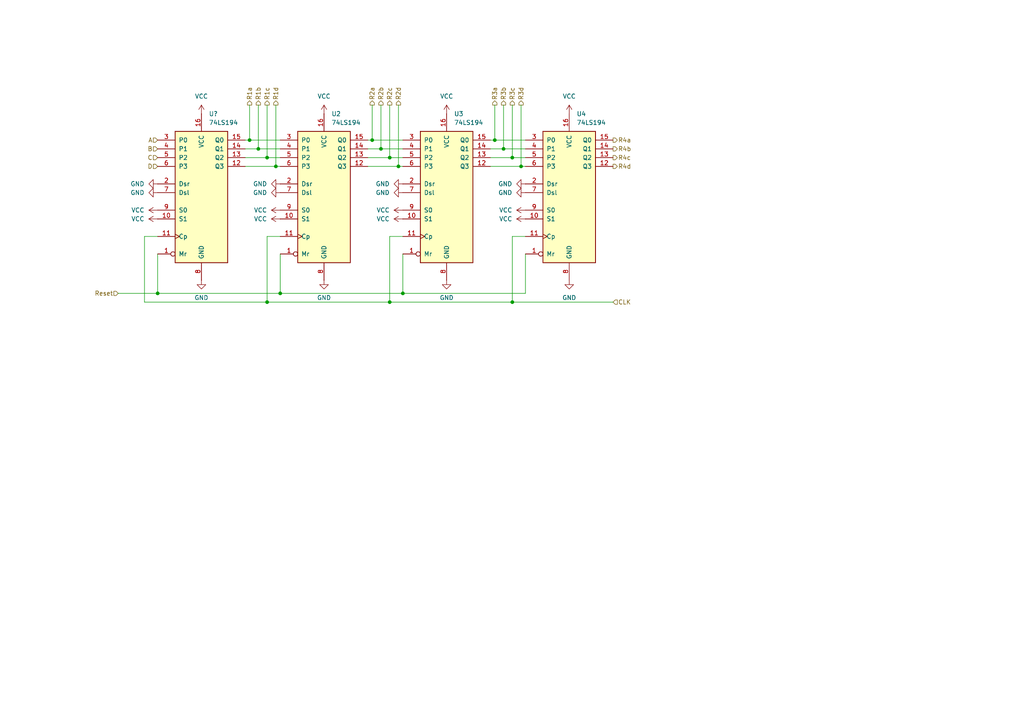
<source format=kicad_sch>
(kicad_sch
	(version 20250114)
	(generator "eeschema")
	(generator_version "9.0")
	(uuid "9639310c-b3d5-491f-be29-5c78d7443a19")
	(paper "A4")
	(lib_symbols
		(symbol "74xx:74LS194"
			(pin_names
				(offset 1.016)
			)
			(exclude_from_sim no)
			(in_bom yes)
			(on_board yes)
			(property "Reference" "U"
				(at -7.62 19.05 0)
				(effects
					(font
						(size 1.27 1.27)
					)
				)
			)
			(property "Value" "74LS194"
				(at -7.62 -21.59 0)
				(effects
					(font
						(size 1.27 1.27)
					)
				)
			)
			(property "Footprint" ""
				(at 0 0 0)
				(effects
					(font
						(size 1.27 1.27)
					)
					(hide yes)
				)
			)
			(property "Datasheet" "http://www.ti.com/lit/gpn/sn74LS194"
				(at 0 0 0)
				(effects
					(font
						(size 1.27 1.27)
					)
					(hide yes)
				)
			)
			(property "Description" "Shift Register 4-bit Bidirectional"
				(at 0 0 0)
				(effects
					(font
						(size 1.27 1.27)
					)
					(hide yes)
				)
			)
			(property "ki_locked" ""
				(at 0 0 0)
				(effects
					(font
						(size 1.27 1.27)
					)
				)
			)
			(property "ki_keywords" "TTL RS SR4"
				(at 0 0 0)
				(effects
					(font
						(size 1.27 1.27)
					)
					(hide yes)
				)
			)
			(property "ki_fp_filters" "DIP?16*"
				(at 0 0 0)
				(effects
					(font
						(size 1.27 1.27)
					)
					(hide yes)
				)
			)
			(symbol "74LS194_1_0"
				(pin input line
					(at -12.7 15.24 0)
					(length 5.08)
					(name "P0"
						(effects
							(font
								(size 1.27 1.27)
							)
						)
					)
					(number "3"
						(effects
							(font
								(size 1.27 1.27)
							)
						)
					)
				)
				(pin input line
					(at -12.7 12.7 0)
					(length 5.08)
					(name "P1"
						(effects
							(font
								(size 1.27 1.27)
							)
						)
					)
					(number "4"
						(effects
							(font
								(size 1.27 1.27)
							)
						)
					)
				)
				(pin input line
					(at -12.7 10.16 0)
					(length 5.08)
					(name "P2"
						(effects
							(font
								(size 1.27 1.27)
							)
						)
					)
					(number "5"
						(effects
							(font
								(size 1.27 1.27)
							)
						)
					)
				)
				(pin input line
					(at -12.7 7.62 0)
					(length 5.08)
					(name "P3"
						(effects
							(font
								(size 1.27 1.27)
							)
						)
					)
					(number "6"
						(effects
							(font
								(size 1.27 1.27)
							)
						)
					)
				)
				(pin input line
					(at -12.7 2.54 0)
					(length 5.08)
					(name "Dsr"
						(effects
							(font
								(size 1.27 1.27)
							)
						)
					)
					(number "2"
						(effects
							(font
								(size 1.27 1.27)
							)
						)
					)
				)
				(pin input line
					(at -12.7 0 0)
					(length 5.08)
					(name "Dsl"
						(effects
							(font
								(size 1.27 1.27)
							)
						)
					)
					(number "7"
						(effects
							(font
								(size 1.27 1.27)
							)
						)
					)
				)
				(pin input line
					(at -12.7 -5.08 0)
					(length 5.08)
					(name "S0"
						(effects
							(font
								(size 1.27 1.27)
							)
						)
					)
					(number "9"
						(effects
							(font
								(size 1.27 1.27)
							)
						)
					)
				)
				(pin input line
					(at -12.7 -7.62 0)
					(length 5.08)
					(name "S1"
						(effects
							(font
								(size 1.27 1.27)
							)
						)
					)
					(number "10"
						(effects
							(font
								(size 1.27 1.27)
							)
						)
					)
				)
				(pin input clock
					(at -12.7 -12.7 0)
					(length 5.08)
					(name "Cp"
						(effects
							(font
								(size 1.27 1.27)
							)
						)
					)
					(number "11"
						(effects
							(font
								(size 1.27 1.27)
							)
						)
					)
				)
				(pin input inverted
					(at -12.7 -17.78 0)
					(length 5.08)
					(name "Mr"
						(effects
							(font
								(size 1.27 1.27)
							)
						)
					)
					(number "1"
						(effects
							(font
								(size 1.27 1.27)
							)
						)
					)
				)
				(pin power_in line
					(at 0 22.86 270)
					(length 5.08)
					(name "VCC"
						(effects
							(font
								(size 1.27 1.27)
							)
						)
					)
					(number "16"
						(effects
							(font
								(size 1.27 1.27)
							)
						)
					)
				)
				(pin power_in line
					(at 0 -25.4 90)
					(length 5.08)
					(name "GND"
						(effects
							(font
								(size 1.27 1.27)
							)
						)
					)
					(number "8"
						(effects
							(font
								(size 1.27 1.27)
							)
						)
					)
				)
				(pin output line
					(at 12.7 15.24 180)
					(length 5.08)
					(name "Q0"
						(effects
							(font
								(size 1.27 1.27)
							)
						)
					)
					(number "15"
						(effects
							(font
								(size 1.27 1.27)
							)
						)
					)
				)
				(pin output line
					(at 12.7 12.7 180)
					(length 5.08)
					(name "Q1"
						(effects
							(font
								(size 1.27 1.27)
							)
						)
					)
					(number "14"
						(effects
							(font
								(size 1.27 1.27)
							)
						)
					)
				)
				(pin output line
					(at 12.7 10.16 180)
					(length 5.08)
					(name "Q2"
						(effects
							(font
								(size 1.27 1.27)
							)
						)
					)
					(number "13"
						(effects
							(font
								(size 1.27 1.27)
							)
						)
					)
				)
				(pin output line
					(at 12.7 7.62 180)
					(length 5.08)
					(name "Q3"
						(effects
							(font
								(size 1.27 1.27)
							)
						)
					)
					(number "12"
						(effects
							(font
								(size 1.27 1.27)
							)
						)
					)
				)
			)
			(symbol "74LS194_1_1"
				(rectangle
					(start -7.62 17.78)
					(end 7.62 -20.32)
					(stroke
						(width 0.254)
						(type default)
					)
					(fill
						(type background)
					)
				)
			)
			(embedded_fonts no)
		)
		(symbol "power:GND"
			(power)
			(pin_numbers
				(hide yes)
			)
			(pin_names
				(offset 0)
				(hide yes)
			)
			(exclude_from_sim no)
			(in_bom yes)
			(on_board yes)
			(property "Reference" "#PWR"
				(at 0 -6.35 0)
				(effects
					(font
						(size 1.27 1.27)
					)
					(hide yes)
				)
			)
			(property "Value" "GND"
				(at 0 -3.81 0)
				(effects
					(font
						(size 1.27 1.27)
					)
				)
			)
			(property "Footprint" ""
				(at 0 0 0)
				(effects
					(font
						(size 1.27 1.27)
					)
					(hide yes)
				)
			)
			(property "Datasheet" ""
				(at 0 0 0)
				(effects
					(font
						(size 1.27 1.27)
					)
					(hide yes)
				)
			)
			(property "Description" "Power symbol creates a global label with name \"GND\" , ground"
				(at 0 0 0)
				(effects
					(font
						(size 1.27 1.27)
					)
					(hide yes)
				)
			)
			(property "ki_keywords" "global power"
				(at 0 0 0)
				(effects
					(font
						(size 1.27 1.27)
					)
					(hide yes)
				)
			)
			(symbol "GND_0_1"
				(polyline
					(pts
						(xy 0 0) (xy 0 -1.27) (xy 1.27 -1.27) (xy 0 -2.54) (xy -1.27 -1.27) (xy 0 -1.27)
					)
					(stroke
						(width 0)
						(type default)
					)
					(fill
						(type none)
					)
				)
			)
			(symbol "GND_1_1"
				(pin power_in line
					(at 0 0 270)
					(length 0)
					(name "~"
						(effects
							(font
								(size 1.27 1.27)
							)
						)
					)
					(number "1"
						(effects
							(font
								(size 1.27 1.27)
							)
						)
					)
				)
			)
			(embedded_fonts no)
		)
		(symbol "power:VCC"
			(power)
			(pin_numbers
				(hide yes)
			)
			(pin_names
				(offset 0)
				(hide yes)
			)
			(exclude_from_sim no)
			(in_bom yes)
			(on_board yes)
			(property "Reference" "#PWR"
				(at 0 -3.81 0)
				(effects
					(font
						(size 1.27 1.27)
					)
					(hide yes)
				)
			)
			(property "Value" "VCC"
				(at 0 3.556 0)
				(effects
					(font
						(size 1.27 1.27)
					)
				)
			)
			(property "Footprint" ""
				(at 0 0 0)
				(effects
					(font
						(size 1.27 1.27)
					)
					(hide yes)
				)
			)
			(property "Datasheet" ""
				(at 0 0 0)
				(effects
					(font
						(size 1.27 1.27)
					)
					(hide yes)
				)
			)
			(property "Description" "Power symbol creates a global label with name \"VCC\""
				(at 0 0 0)
				(effects
					(font
						(size 1.27 1.27)
					)
					(hide yes)
				)
			)
			(property "ki_keywords" "global power"
				(at 0 0 0)
				(effects
					(font
						(size 1.27 1.27)
					)
					(hide yes)
				)
			)
			(symbol "VCC_0_1"
				(polyline
					(pts
						(xy -0.762 1.27) (xy 0 2.54)
					)
					(stroke
						(width 0)
						(type default)
					)
					(fill
						(type none)
					)
				)
				(polyline
					(pts
						(xy 0 2.54) (xy 0.762 1.27)
					)
					(stroke
						(width 0)
						(type default)
					)
					(fill
						(type none)
					)
				)
				(polyline
					(pts
						(xy 0 0) (xy 0 2.54)
					)
					(stroke
						(width 0)
						(type default)
					)
					(fill
						(type none)
					)
				)
			)
			(symbol "VCC_1_1"
				(pin power_in line
					(at 0 0 90)
					(length 0)
					(name "~"
						(effects
							(font
								(size 1.27 1.27)
							)
						)
					)
					(number "1"
						(effects
							(font
								(size 1.27 1.27)
							)
						)
					)
				)
			)
			(embedded_fonts no)
		)
	)
	(junction
		(at 115.57 48.26)
		(diameter 0)
		(color 0 0 0 0)
		(uuid "027ae8bd-5e88-451e-930e-b62cc9c410a8")
	)
	(junction
		(at 72.39 40.64)
		(diameter 0)
		(color 0 0 0 0)
		(uuid "0a3d83a3-da58-4d1f-a928-08f8fbd5e024")
	)
	(junction
		(at 45.72 85.09)
		(diameter 0)
		(color 0 0 0 0)
		(uuid "0c221afc-8c7e-4d91-ad81-8db5d9437d14")
	)
	(junction
		(at 74.93 43.18)
		(diameter 0)
		(color 0 0 0 0)
		(uuid "13a2018f-3ee5-4173-b8a6-a9457c91b8be")
	)
	(junction
		(at 77.47 87.63)
		(diameter 0)
		(color 0 0 0 0)
		(uuid "214667f3-1a20-409b-b8df-4bd874af7a0c")
	)
	(junction
		(at 113.03 87.63)
		(diameter 0)
		(color 0 0 0 0)
		(uuid "2c01c9c3-b014-4fc2-a5a7-c92bfe533097")
	)
	(junction
		(at 151.13 48.26)
		(diameter 0)
		(color 0 0 0 0)
		(uuid "4ac11e0f-8f66-4ffa-a039-13653f5542fc")
	)
	(junction
		(at 148.59 45.72)
		(diameter 0)
		(color 0 0 0 0)
		(uuid "5489e7d4-8a4c-42fc-a43f-9ff76e85e1b3")
	)
	(junction
		(at 77.47 45.72)
		(diameter 0)
		(color 0 0 0 0)
		(uuid "5f53a763-e60a-481a-a0b0-5f4888aed07b")
	)
	(junction
		(at 148.59 87.63)
		(diameter 0)
		(color 0 0 0 0)
		(uuid "7764fdca-110a-474c-939a-cfb9392bfd80")
	)
	(junction
		(at 81.28 85.09)
		(diameter 0)
		(color 0 0 0 0)
		(uuid "9cde1849-9449-4a2c-ba9a-5e91979e1f41")
	)
	(junction
		(at 107.95 40.64)
		(diameter 0)
		(color 0 0 0 0)
		(uuid "9e341149-6b27-4518-abf4-5aea9ca11a7a")
	)
	(junction
		(at 110.49 43.18)
		(diameter 0)
		(color 0 0 0 0)
		(uuid "9e8a1292-3ac4-4417-9b9e-77a777b4a059")
	)
	(junction
		(at 146.05 43.18)
		(diameter 0)
		(color 0 0 0 0)
		(uuid "9f665bdb-d599-4d58-9439-a0d15858a04a")
	)
	(junction
		(at 143.51 40.64)
		(diameter 0)
		(color 0 0 0 0)
		(uuid "a50968b5-a809-4990-a4ef-c449f390a636")
	)
	(junction
		(at 116.84 85.09)
		(diameter 0)
		(color 0 0 0 0)
		(uuid "aa64e08e-117d-4493-97ff-def71d75d653")
	)
	(junction
		(at 80.01 48.26)
		(diameter 0)
		(color 0 0 0 0)
		(uuid "b9b7253c-f72e-493c-91a8-a154304190e9")
	)
	(junction
		(at 113.03 45.72)
		(diameter 0)
		(color 0 0 0 0)
		(uuid "e05e7c86-6891-4844-a1a5-bbc870a55e10")
	)
	(wire
		(pts
			(xy 151.13 48.26) (xy 152.4 48.26)
		)
		(stroke
			(width 0)
			(type default)
		)
		(uuid "042f4283-1d59-4558-b1bb-75e7f7b32d7e")
	)
	(wire
		(pts
			(xy 81.28 40.64) (xy 72.39 40.64)
		)
		(stroke
			(width 0)
			(type default)
		)
		(uuid "06c748a9-d8da-4e21-9363-40de165a7f5e")
	)
	(wire
		(pts
			(xy 116.84 73.66) (xy 116.84 85.09)
		)
		(stroke
			(width 0)
			(type default)
		)
		(uuid "07a638fd-4e6f-423d-9cc0-99241c7a11f2")
	)
	(wire
		(pts
			(xy 177.8 87.63) (xy 148.59 87.63)
		)
		(stroke
			(width 0)
			(type default)
		)
		(uuid "1766c85d-bf78-48ec-be3d-7eb48ef75ccf")
	)
	(wire
		(pts
			(xy 41.91 87.63) (xy 77.47 87.63)
		)
		(stroke
			(width 0)
			(type default)
		)
		(uuid "1cecb105-dd63-45c4-90ac-a45f8e710722")
	)
	(wire
		(pts
			(xy 77.47 30.48) (xy 77.47 45.72)
		)
		(stroke
			(width 0)
			(type default)
		)
		(uuid "2289d6ce-6084-4df8-a515-4346fa84ee39")
	)
	(wire
		(pts
			(xy 115.57 48.26) (xy 116.84 48.26)
		)
		(stroke
			(width 0)
			(type default)
		)
		(uuid "245bbf36-c7a1-4c5e-bcea-737b8871df11")
	)
	(wire
		(pts
			(xy 106.68 45.72) (xy 113.03 45.72)
		)
		(stroke
			(width 0)
			(type default)
		)
		(uuid "25d1f8e8-f5ef-4ff0-8da4-070eb4c1dfd1")
	)
	(wire
		(pts
			(xy 74.93 43.18) (xy 71.12 43.18)
		)
		(stroke
			(width 0)
			(type default)
		)
		(uuid "2e2fc14d-01f4-46d2-b1b3-13ffdb3dcff2")
	)
	(wire
		(pts
			(xy 142.24 40.64) (xy 143.51 40.64)
		)
		(stroke
			(width 0)
			(type default)
		)
		(uuid "30eb0f9b-a385-48ae-b279-54d104f446d3")
	)
	(wire
		(pts
			(xy 146.05 30.48) (xy 146.05 43.18)
		)
		(stroke
			(width 0)
			(type default)
		)
		(uuid "32bcee37-8d89-47a3-8d20-11f928bb49cd")
	)
	(wire
		(pts
			(xy 142.24 43.18) (xy 146.05 43.18)
		)
		(stroke
			(width 0)
			(type default)
		)
		(uuid "35ad65d5-3c19-43bd-b9dd-b05fb9f24c11")
	)
	(wire
		(pts
			(xy 106.68 40.64) (xy 107.95 40.64)
		)
		(stroke
			(width 0)
			(type default)
		)
		(uuid "3f4abf8d-c2da-432b-8015-3e8d024fed25")
	)
	(wire
		(pts
			(xy 81.28 48.26) (xy 80.01 48.26)
		)
		(stroke
			(width 0)
			(type default)
		)
		(uuid "457907a0-21d1-43d2-979c-6be5aba28612")
	)
	(wire
		(pts
			(xy 80.01 30.48) (xy 80.01 48.26)
		)
		(stroke
			(width 0)
			(type default)
		)
		(uuid "4d652e31-cd9f-4df3-a394-f4b71a4c76f8")
	)
	(wire
		(pts
			(xy 116.84 85.09) (xy 152.4 85.09)
		)
		(stroke
			(width 0)
			(type default)
		)
		(uuid "52ef48d3-744e-4db6-b2f6-79809452af8a")
	)
	(wire
		(pts
			(xy 74.93 30.48) (xy 74.93 43.18)
		)
		(stroke
			(width 0)
			(type default)
		)
		(uuid "550d567e-7208-458f-a24b-6558cf2e815e")
	)
	(wire
		(pts
			(xy 143.51 30.48) (xy 143.51 40.64)
		)
		(stroke
			(width 0)
			(type default)
		)
		(uuid "59385091-2d2c-48a2-aa67-412fdf062958")
	)
	(wire
		(pts
			(xy 148.59 45.72) (xy 152.4 45.72)
		)
		(stroke
			(width 0)
			(type default)
		)
		(uuid "594679cd-090b-4951-9df1-7bc62798732d")
	)
	(wire
		(pts
			(xy 81.28 43.18) (xy 74.93 43.18)
		)
		(stroke
			(width 0)
			(type default)
		)
		(uuid "5beae47f-50b6-40c7-9a7b-5f99c40b08d0")
	)
	(wire
		(pts
			(xy 142.24 45.72) (xy 148.59 45.72)
		)
		(stroke
			(width 0)
			(type default)
		)
		(uuid "653a5700-7aa7-4573-aa31-ed2fbdb5da20")
	)
	(wire
		(pts
			(xy 148.59 30.48) (xy 148.59 45.72)
		)
		(stroke
			(width 0)
			(type default)
		)
		(uuid "6974c9d3-96ba-49d7-8240-5c33eeba500e")
	)
	(wire
		(pts
			(xy 34.29 85.09) (xy 45.72 85.09)
		)
		(stroke
			(width 0)
			(type default)
		)
		(uuid "6b9debfa-5161-43ad-b136-03e7dbbb6e66")
	)
	(wire
		(pts
			(xy 148.59 68.58) (xy 152.4 68.58)
		)
		(stroke
			(width 0)
			(type default)
		)
		(uuid "6dd7fe49-a9c6-46ab-b0f8-6ca459fad8c6")
	)
	(wire
		(pts
			(xy 45.72 85.09) (xy 81.28 85.09)
		)
		(stroke
			(width 0)
			(type default)
		)
		(uuid "75e60e91-9292-4006-a607-89f80338a8f9")
	)
	(wire
		(pts
			(xy 116.84 68.58) (xy 113.03 68.58)
		)
		(stroke
			(width 0)
			(type default)
		)
		(uuid "777bd65a-3026-41d0-a696-0b3e1ff9324a")
	)
	(wire
		(pts
			(xy 45.72 68.58) (xy 41.91 68.58)
		)
		(stroke
			(width 0)
			(type default)
		)
		(uuid "7b07b72e-9952-42fb-85e8-f3e90da2600b")
	)
	(wire
		(pts
			(xy 72.39 30.48) (xy 72.39 40.64)
		)
		(stroke
			(width 0)
			(type default)
		)
		(uuid "7d0f2d30-f27e-4fe1-a9b8-91a08b8d1b11")
	)
	(wire
		(pts
			(xy 110.49 30.48) (xy 110.49 43.18)
		)
		(stroke
			(width 0)
			(type default)
		)
		(uuid "7f9b6898-e36b-4c22-9b17-6415133460a8")
	)
	(wire
		(pts
			(xy 45.72 73.66) (xy 45.72 85.09)
		)
		(stroke
			(width 0)
			(type default)
		)
		(uuid "89154586-4b95-46f1-a580-500737e7a9f4")
	)
	(wire
		(pts
			(xy 106.68 43.18) (xy 110.49 43.18)
		)
		(stroke
			(width 0)
			(type default)
		)
		(uuid "8a2a6ec7-e40d-488c-b233-65d09b0997da")
	)
	(wire
		(pts
			(xy 152.4 85.09) (xy 152.4 73.66)
		)
		(stroke
			(width 0)
			(type default)
		)
		(uuid "8b521e5c-4754-4adb-9b50-0fbc742d145c")
	)
	(wire
		(pts
			(xy 113.03 30.48) (xy 113.03 45.72)
		)
		(stroke
			(width 0)
			(type default)
		)
		(uuid "8b6e7d22-be27-43b6-b61f-6d60afe2f34b")
	)
	(wire
		(pts
			(xy 41.91 68.58) (xy 41.91 87.63)
		)
		(stroke
			(width 0)
			(type default)
		)
		(uuid "8cc72f57-cf16-4ec8-b8b1-59e323b56b54")
	)
	(wire
		(pts
			(xy 81.28 45.72) (xy 77.47 45.72)
		)
		(stroke
			(width 0)
			(type default)
		)
		(uuid "8e950460-3d79-470c-8169-39b101efaa8d")
	)
	(wire
		(pts
			(xy 113.03 45.72) (xy 116.84 45.72)
		)
		(stroke
			(width 0)
			(type default)
		)
		(uuid "8fa43d10-e9a5-4f95-8b85-48e125cdc6c5")
	)
	(wire
		(pts
			(xy 107.95 40.64) (xy 116.84 40.64)
		)
		(stroke
			(width 0)
			(type default)
		)
		(uuid "92f9e8e9-e1a7-431d-8c6f-8598faf7681d")
	)
	(wire
		(pts
			(xy 107.95 30.48) (xy 107.95 40.64)
		)
		(stroke
			(width 0)
			(type default)
		)
		(uuid "93468378-ad10-4bf0-963d-3bda1389a424")
	)
	(wire
		(pts
			(xy 80.01 48.26) (xy 71.12 48.26)
		)
		(stroke
			(width 0)
			(type default)
		)
		(uuid "96381c9c-8030-47fa-af74-b4ab9943f65a")
	)
	(wire
		(pts
			(xy 110.49 43.18) (xy 116.84 43.18)
		)
		(stroke
			(width 0)
			(type default)
		)
		(uuid "9b1e08d8-e771-42cb-ae59-e9288ed64abc")
	)
	(wire
		(pts
			(xy 143.51 40.64) (xy 152.4 40.64)
		)
		(stroke
			(width 0)
			(type default)
		)
		(uuid "afd30f86-b41d-47e7-a4f9-81995b746a7f")
	)
	(wire
		(pts
			(xy 148.59 87.63) (xy 148.59 68.58)
		)
		(stroke
			(width 0)
			(type default)
		)
		(uuid "b8a7b855-4c88-44c2-b353-dd3a5033551f")
	)
	(wire
		(pts
			(xy 151.13 30.48) (xy 151.13 48.26)
		)
		(stroke
			(width 0)
			(type default)
		)
		(uuid "c140cd5b-a44b-473e-853b-fa8b8ab3b552")
	)
	(wire
		(pts
			(xy 113.03 87.63) (xy 148.59 87.63)
		)
		(stroke
			(width 0)
			(type default)
		)
		(uuid "c320e325-b8f2-4e8d-9d3c-d33d4711bb87")
	)
	(wire
		(pts
			(xy 81.28 73.66) (xy 81.28 85.09)
		)
		(stroke
			(width 0)
			(type default)
		)
		(uuid "c3750e03-bf5e-4294-90fb-6658d4e0fd5c")
	)
	(wire
		(pts
			(xy 77.47 45.72) (xy 71.12 45.72)
		)
		(stroke
			(width 0)
			(type default)
		)
		(uuid "c71f02eb-dbbd-41dc-a78e-bda9430af585")
	)
	(wire
		(pts
			(xy 81.28 68.58) (xy 77.47 68.58)
		)
		(stroke
			(width 0)
			(type default)
		)
		(uuid "c7b463c4-f847-4798-a7c9-0fcde8b7f4fb")
	)
	(wire
		(pts
			(xy 72.39 40.64) (xy 71.12 40.64)
		)
		(stroke
			(width 0)
			(type default)
		)
		(uuid "c8c50673-70e2-45a9-95d0-54bdf23f0eb7")
	)
	(wire
		(pts
			(xy 115.57 30.48) (xy 115.57 48.26)
		)
		(stroke
			(width 0)
			(type default)
		)
		(uuid "da065a1b-75a3-47e7-815b-122dffed0e82")
	)
	(wire
		(pts
			(xy 77.47 87.63) (xy 113.03 87.63)
		)
		(stroke
			(width 0)
			(type default)
		)
		(uuid "dd275fa1-d6fe-489d-838b-0321d6b95efb")
	)
	(wire
		(pts
			(xy 81.28 85.09) (xy 116.84 85.09)
		)
		(stroke
			(width 0)
			(type default)
		)
		(uuid "e3c7b65c-13e3-4c69-afbf-2ee21f54dcc1")
	)
	(wire
		(pts
			(xy 146.05 43.18) (xy 152.4 43.18)
		)
		(stroke
			(width 0)
			(type default)
		)
		(uuid "ec37d305-61e3-4fd1-a368-2e2563c62472")
	)
	(wire
		(pts
			(xy 142.24 48.26) (xy 151.13 48.26)
		)
		(stroke
			(width 0)
			(type default)
		)
		(uuid "f00d38a7-7818-40e8-9e03-3ec4993dade3")
	)
	(wire
		(pts
			(xy 106.68 48.26) (xy 115.57 48.26)
		)
		(stroke
			(width 0)
			(type default)
		)
		(uuid "f0278819-3403-42fd-b44e-4b5b47fe2432")
	)
	(wire
		(pts
			(xy 113.03 68.58) (xy 113.03 87.63)
		)
		(stroke
			(width 0)
			(type default)
		)
		(uuid "f82f6796-77ad-4133-b1cc-94913e042d60")
	)
	(wire
		(pts
			(xy 77.47 68.58) (xy 77.47 87.63)
		)
		(stroke
			(width 0)
			(type default)
		)
		(uuid "ff3bb798-d437-4801-8861-9103af95217c")
	)
	(hierarchical_label "R1d"
		(shape output)
		(at 80.01 30.48 90)
		(effects
			(font
				(size 1.27 1.27)
			)
			(justify left)
		)
		(uuid "01069725-c6bc-4f09-b825-4f8077ea4962")
	)
	(hierarchical_label "R3d"
		(shape output)
		(at 151.13 30.48 90)
		(effects
			(font
				(size 1.27 1.27)
			)
			(justify left)
		)
		(uuid "0d4bf766-b12c-44f9-a71a-7eeb51127e78")
	)
	(hierarchical_label "R3b"
		(shape output)
		(at 146.05 30.48 90)
		(effects
			(font
				(size 1.27 1.27)
			)
			(justify left)
		)
		(uuid "186d0b78-9606-4050-937d-b8dea095e511")
	)
	(hierarchical_label "Reset"
		(shape input)
		(at 34.29 85.09 180)
		(effects
			(font
				(size 1.27 1.27)
			)
			(justify right)
		)
		(uuid "1e2ad560-a36e-4034-ac51-d86345a9eb17")
	)
	(hierarchical_label "R1b"
		(shape output)
		(at 74.93 30.48 90)
		(effects
			(font
				(size 1.27 1.27)
			)
			(justify left)
		)
		(uuid "1e875312-87f1-4962-90b6-23a990fc21ef")
	)
	(hierarchical_label "CLK"
		(shape input)
		(at 177.8 87.63 0)
		(effects
			(font
				(size 1.27 1.27)
			)
			(justify left)
		)
		(uuid "5027b2a7-36a7-483d-bc57-2e28141f899d")
	)
	(hierarchical_label "R2b"
		(shape output)
		(at 110.49 30.48 90)
		(effects
			(font
				(size 1.27 1.27)
			)
			(justify left)
		)
		(uuid "612ef723-96f2-48ae-a109-6cc623067e13")
	)
	(hierarchical_label "R1c"
		(shape output)
		(at 77.47 30.48 90)
		(effects
			(font
				(size 1.27 1.27)
			)
			(justify left)
		)
		(uuid "6df11a06-62f3-47c8-919e-a2b780c8ca71")
	)
	(hierarchical_label "A"
		(shape input)
		(at 45.72 40.64 180)
		(effects
			(font
				(size 1.27 1.27)
			)
			(justify right)
		)
		(uuid "6fba17bd-a918-4aed-ae44-791d303c299d")
	)
	(hierarchical_label "B"
		(shape input)
		(at 45.72 43.18 180)
		(effects
			(font
				(size 1.27 1.27)
			)
			(justify right)
		)
		(uuid "7af1e53f-71af-4ed3-943e-ae7984e82d03")
	)
	(hierarchical_label "R1a"
		(shape output)
		(at 72.39 30.48 90)
		(effects
			(font
				(size 1.27 1.27)
			)
			(justify left)
		)
		(uuid "b975eb39-c941-4f3a-95fc-28ef5ce46c74")
	)
	(hierarchical_label "R3c"
		(shape output)
		(at 148.59 30.48 90)
		(effects
			(font
				(size 1.27 1.27)
			)
			(justify left)
		)
		(uuid "c65f1b67-5add-4e4a-b1f9-f7f5dc2c9a98")
	)
	(hierarchical_label "R2c"
		(shape output)
		(at 113.03 30.48 90)
		(effects
			(font
				(size 1.27 1.27)
			)
			(justify left)
		)
		(uuid "cd797009-4f30-4b8b-bbd8-c13e21bc9068")
	)
	(hierarchical_label "R2d"
		(shape output)
		(at 115.57 30.48 90)
		(effects
			(font
				(size 1.27 1.27)
			)
			(justify left)
		)
		(uuid "d3df364c-8f67-44e0-a587-993761c73edb")
	)
	(hierarchical_label "R3a"
		(shape output)
		(at 143.51 30.48 90)
		(effects
			(font
				(size 1.27 1.27)
			)
			(justify left)
		)
		(uuid "d5216f38-d6e6-4910-b7a9-ad35cc16ef51")
	)
	(hierarchical_label "C"
		(shape input)
		(at 45.72 45.72 180)
		(effects
			(font
				(size 1.27 1.27)
			)
			(justify right)
		)
		(uuid "e3ecb0be-efeb-4b23-b5c1-2fe03c0aaee7")
	)
	(hierarchical_label "R4a"
		(shape output)
		(at 177.8 40.64 0)
		(effects
			(font
				(size 1.27 1.27)
			)
			(justify left)
		)
		(uuid "e4b3e149-a236-4f9e-bd68-aac4dfae607d")
	)
	(hierarchical_label "R4b"
		(shape output)
		(at 177.8 43.18 0)
		(effects
			(font
				(size 1.27 1.27)
			)
			(justify left)
		)
		(uuid "e8227b72-a3e9-404b-b0b2-7b780e92be21")
	)
	(hierarchical_label "R4d"
		(shape output)
		(at 177.8 48.26 0)
		(effects
			(font
				(size 1.27 1.27)
			)
			(justify left)
		)
		(uuid "f6dd6f9e-0a01-4845-8ebf-6a0a44eed269")
	)
	(hierarchical_label "R2a"
		(shape output)
		(at 107.95 30.48 90)
		(effects
			(font
				(size 1.27 1.27)
			)
			(justify left)
		)
		(uuid "fb1c5161-b56c-40a5-b21d-5274815dfe4f")
	)
	(hierarchical_label "D"
		(shape input)
		(at 45.72 48.26 180)
		(effects
			(font
				(size 1.27 1.27)
			)
			(justify right)
		)
		(uuid "fe2f885b-30ef-4a21-b2c5-e8ade99e3800")
	)
	(hierarchical_label "R4c"
		(shape output)
		(at 177.8 45.72 0)
		(effects
			(font
				(size 1.27 1.27)
			)
			(justify left)
		)
		(uuid "ff087482-01af-4706-ba32-1230c8e98c4e")
	)
	(symbol
		(lib_id "power:GND")
		(at 152.4 53.34 270)
		(unit 1)
		(exclude_from_sim no)
		(in_bom yes)
		(on_board yes)
		(dnp no)
		(fields_autoplaced yes)
		(uuid "061cda68-da85-42c9-93b0-d95769f2603f")
		(property "Reference" "#PWR015"
			(at 146.05 53.34 0)
			(effects
				(font
					(size 1.27 1.27)
				)
				(hide yes)
			)
		)
		(property "Value" "GND"
			(at 148.59 53.3399 90)
			(effects
				(font
					(size 1.27 1.27)
				)
				(justify right)
			)
		)
		(property "Footprint" ""
			(at 152.4 53.34 0)
			(effects
				(font
					(size 1.27 1.27)
				)
				(hide yes)
			)
		)
		(property "Datasheet" ""
			(at 152.4 53.34 0)
			(effects
				(font
					(size 1.27 1.27)
				)
				(hide yes)
			)
		)
		(property "Description" "Power symbol creates a global label with name \"GND\" , ground"
			(at 152.4 53.34 0)
			(effects
				(font
					(size 1.27 1.27)
				)
				(hide yes)
			)
		)
		(pin "1"
			(uuid "da47faf7-5b7b-4300-97a4-057c7ec1666c")
		)
		(instances
			(project "Subway Surfers"
				(path "/e8ee49b0-6c92-4580-8670-f3d8867d6cec/38f33439-c2cd-4e5d-8eca-23f703fd9d8e"
					(reference "#PWR015")
					(unit 1)
				)
			)
		)
	)
	(symbol
		(lib_id "power:VCC")
		(at 81.28 63.5 90)
		(unit 1)
		(exclude_from_sim no)
		(in_bom yes)
		(on_board yes)
		(dnp no)
		(fields_autoplaced yes)
		(uuid "088e70a2-afb2-4b12-9c55-3ea0fde9304f")
		(property "Reference" "#PWR08"
			(at 85.09 63.5 0)
			(effects
				(font
					(size 1.27 1.27)
				)
				(hide yes)
			)
		)
		(property "Value" "VCC"
			(at 77.47 63.4999 90)
			(effects
				(font
					(size 1.27 1.27)
				)
				(justify left)
			)
		)
		(property "Footprint" ""
			(at 81.28 63.5 0)
			(effects
				(font
					(size 1.27 1.27)
				)
				(hide yes)
			)
		)
		(property "Datasheet" ""
			(at 81.28 63.5 0)
			(effects
				(font
					(size 1.27 1.27)
				)
				(hide yes)
			)
		)
		(property "Description" "Power symbol creates a global label with name \"VCC\""
			(at 81.28 63.5 0)
			(effects
				(font
					(size 1.27 1.27)
				)
				(hide yes)
			)
		)
		(pin "1"
			(uuid "e717544f-f192-4612-8a91-23aae6df6e1c")
		)
		(instances
			(project "Subway Surfers"
				(path "/e8ee49b0-6c92-4580-8670-f3d8867d6cec/38f33439-c2cd-4e5d-8eca-23f703fd9d8e"
					(reference "#PWR08")
					(unit 1)
				)
			)
		)
	)
	(symbol
		(lib_id "power:VCC")
		(at 129.54 33.02 0)
		(unit 1)
		(exclude_from_sim no)
		(in_bom yes)
		(on_board yes)
		(dnp no)
		(fields_autoplaced yes)
		(uuid "0dfdf7db-c255-4d83-9749-cfc1ebea239a")
		(property "Reference" "#PWR022"
			(at 129.54 36.83 0)
			(effects
				(font
					(size 1.27 1.27)
				)
				(hide yes)
			)
		)
		(property "Value" "VCC"
			(at 129.54 27.94 0)
			(effects
				(font
					(size 1.27 1.27)
				)
			)
		)
		(property "Footprint" ""
			(at 129.54 33.02 0)
			(effects
				(font
					(size 1.27 1.27)
				)
				(hide yes)
			)
		)
		(property "Datasheet" ""
			(at 129.54 33.02 0)
			(effects
				(font
					(size 1.27 1.27)
				)
				(hide yes)
			)
		)
		(property "Description" "Power symbol creates a global label with name \"VCC\""
			(at 129.54 33.02 0)
			(effects
				(font
					(size 1.27 1.27)
				)
				(hide yes)
			)
		)
		(pin "1"
			(uuid "3dec2a09-6b42-4be1-83f6-88866d62a51a")
		)
		(instances
			(project "Subway Surfers"
				(path "/e8ee49b0-6c92-4580-8670-f3d8867d6cec/38f33439-c2cd-4e5d-8eca-23f703fd9d8e"
					(reference "#PWR022")
					(unit 1)
				)
			)
		)
	)
	(symbol
		(lib_id "power:GND")
		(at 81.28 55.88 270)
		(unit 1)
		(exclude_from_sim no)
		(in_bom yes)
		(on_board yes)
		(dnp no)
		(fields_autoplaced yes)
		(uuid "1970ba54-b636-4e74-9485-07dc99f0a5ad")
		(property "Reference" "#PWR04"
			(at 74.93 55.88 0)
			(effects
				(font
					(size 1.27 1.27)
				)
				(hide yes)
			)
		)
		(property "Value" "GND"
			(at 77.47 55.8799 90)
			(effects
				(font
					(size 1.27 1.27)
				)
				(justify right)
			)
		)
		(property "Footprint" ""
			(at 81.28 55.88 0)
			(effects
				(font
					(size 1.27 1.27)
				)
				(hide yes)
			)
		)
		(property "Datasheet" ""
			(at 81.28 55.88 0)
			(effects
				(font
					(size 1.27 1.27)
				)
				(hide yes)
			)
		)
		(property "Description" "Power symbol creates a global label with name \"GND\" , ground"
			(at 81.28 55.88 0)
			(effects
				(font
					(size 1.27 1.27)
				)
				(hide yes)
			)
		)
		(pin "1"
			(uuid "93ae9c28-c2e6-46fb-92bf-149211d93c54")
		)
		(instances
			(project "Subway Surfers"
				(path "/e8ee49b0-6c92-4580-8670-f3d8867d6cec/38f33439-c2cd-4e5d-8eca-23f703fd9d8e"
					(reference "#PWR04")
					(unit 1)
				)
			)
		)
	)
	(symbol
		(lib_id "power:VCC")
		(at 152.4 60.96 90)
		(unit 1)
		(exclude_from_sim no)
		(in_bom yes)
		(on_board yes)
		(dnp no)
		(fields_autoplaced yes)
		(uuid "243811f9-a43f-4b2e-976b-c189ad6a2d26")
		(property "Reference" "#PWR011"
			(at 156.21 60.96 0)
			(effects
				(font
					(size 1.27 1.27)
				)
				(hide yes)
			)
		)
		(property "Value" "VCC"
			(at 148.59 60.9599 90)
			(effects
				(font
					(size 1.27 1.27)
				)
				(justify left)
			)
		)
		(property "Footprint" ""
			(at 152.4 60.96 0)
			(effects
				(font
					(size 1.27 1.27)
				)
				(hide yes)
			)
		)
		(property "Datasheet" ""
			(at 152.4 60.96 0)
			(effects
				(font
					(size 1.27 1.27)
				)
				(hide yes)
			)
		)
		(property "Description" "Power symbol creates a global label with name \"VCC\""
			(at 152.4 60.96 0)
			(effects
				(font
					(size 1.27 1.27)
				)
				(hide yes)
			)
		)
		(pin "1"
			(uuid "9a1cb23a-4e53-4103-8d71-214c9c226c13")
		)
		(instances
			(project "Subway Surfers"
				(path "/e8ee49b0-6c92-4580-8670-f3d8867d6cec/38f33439-c2cd-4e5d-8eca-23f703fd9d8e"
					(reference "#PWR011")
					(unit 1)
				)
			)
		)
	)
	(symbol
		(lib_id "power:VCC")
		(at 93.98 33.02 0)
		(unit 1)
		(exclude_from_sim no)
		(in_bom yes)
		(on_board yes)
		(dnp no)
		(fields_autoplaced yes)
		(uuid "24d4a723-ad85-44ea-b6b0-4d84845bcf0f")
		(property "Reference" "#PWR023"
			(at 93.98 36.83 0)
			(effects
				(font
					(size 1.27 1.27)
				)
				(hide yes)
			)
		)
		(property "Value" "VCC"
			(at 93.98 27.94 0)
			(effects
				(font
					(size 1.27 1.27)
				)
			)
		)
		(property "Footprint" ""
			(at 93.98 33.02 0)
			(effects
				(font
					(size 1.27 1.27)
				)
				(hide yes)
			)
		)
		(property "Datasheet" ""
			(at 93.98 33.02 0)
			(effects
				(font
					(size 1.27 1.27)
				)
				(hide yes)
			)
		)
		(property "Description" "Power symbol creates a global label with name \"VCC\""
			(at 93.98 33.02 0)
			(effects
				(font
					(size 1.27 1.27)
				)
				(hide yes)
			)
		)
		(pin "1"
			(uuid "28cc5740-11f2-4075-9a3f-0cc26ab76bb4")
		)
		(instances
			(project "Subway Surfers"
				(path "/e8ee49b0-6c92-4580-8670-f3d8867d6cec/38f33439-c2cd-4e5d-8eca-23f703fd9d8e"
					(reference "#PWR023")
					(unit 1)
				)
			)
		)
	)
	(symbol
		(lib_id "74xx:74LS194")
		(at 129.54 55.88 0)
		(unit 1)
		(exclude_from_sim no)
		(in_bom yes)
		(on_board yes)
		(dnp no)
		(fields_autoplaced yes)
		(uuid "27edc20a-52e2-4b94-84d4-d444434e88de")
		(property "Reference" "U3"
			(at 131.6833 33.02 0)
			(effects
				(font
					(size 1.27 1.27)
				)
				(justify left)
			)
		)
		(property "Value" "74LS194"
			(at 131.6833 35.56 0)
			(effects
				(font
					(size 1.27 1.27)
				)
				(justify left)
			)
		)
		(property "Footprint" ""
			(at 129.54 55.88 0)
			(effects
				(font
					(size 1.27 1.27)
				)
				(hide yes)
			)
		)
		(property "Datasheet" "http://www.ti.com/lit/gpn/sn74LS194"
			(at 129.54 55.88 0)
			(effects
				(font
					(size 1.27 1.27)
				)
				(hide yes)
			)
		)
		(property "Description" "Shift Register 4-bit Bidirectional"
			(at 129.54 55.88 0)
			(effects
				(font
					(size 1.27 1.27)
				)
				(hide yes)
			)
		)
		(pin "16"
			(uuid "e6f2b065-5b90-4d3a-aac2-fe559d525572")
		)
		(pin "3"
			(uuid "678f90bd-224a-4a52-9228-a936d8ee97c4")
		)
		(pin "12"
			(uuid "cab95297-6ed5-45f8-a24c-db5703f57f16")
		)
		(pin "6"
			(uuid "eed5bc77-b2df-431b-88ac-3c3ae0c97249")
		)
		(pin "10"
			(uuid "a10c5d58-6b1f-4921-b0df-0bc2fe298667")
		)
		(pin "11"
			(uuid "dc404f73-44ad-4967-b2a4-a4123555b2fe")
		)
		(pin "15"
			(uuid "13ac509c-8afd-4253-90ab-3e07e7dc2160")
		)
		(pin "9"
			(uuid "32a2636f-1478-4127-84e2-b3b604858cce")
		)
		(pin "5"
			(uuid "9354c4e5-7a92-410b-bdb7-44f93b750acd")
		)
		(pin "1"
			(uuid "6d78d6d5-3a96-4ab7-86de-0eed919b0a13")
		)
		(pin "4"
			(uuid "dbc044b9-bb83-45e4-b293-c36fa41b50ba")
		)
		(pin "7"
			(uuid "72c2f2de-602c-48b4-86de-a8dc0cbb2f76")
		)
		(pin "2"
			(uuid "30a98996-d2f4-406f-9be2-147780d4c72e")
		)
		(pin "8"
			(uuid "8ca48f9c-d682-4d1c-aca5-0111fe97b17d")
		)
		(pin "14"
			(uuid "37e73baa-a680-4196-b03f-d41d84ba9b0e")
		)
		(pin "13"
			(uuid "8b63cf09-5cf5-4d37-9a51-c5408b82dd79")
		)
		(instances
			(project "Subway Surfers"
				(path "/e8ee49b0-6c92-4580-8670-f3d8867d6cec/38f33439-c2cd-4e5d-8eca-23f703fd9d8e"
					(reference "U3")
					(unit 1)
				)
			)
		)
	)
	(symbol
		(lib_id "power:VCC")
		(at 45.72 63.5 90)
		(unit 1)
		(exclude_from_sim no)
		(in_bom yes)
		(on_board yes)
		(dnp no)
		(fields_autoplaced yes)
		(uuid "28229c75-6aef-4013-871d-32f4fb010f8b")
		(property "Reference" "#PWR06"
			(at 49.53 63.5 0)
			(effects
				(font
					(size 1.27 1.27)
				)
				(hide yes)
			)
		)
		(property "Value" "VCC"
			(at 41.91 63.4999 90)
			(effects
				(font
					(size 1.27 1.27)
				)
				(justify left)
			)
		)
		(property "Footprint" ""
			(at 45.72 63.5 0)
			(effects
				(font
					(size 1.27 1.27)
				)
				(hide yes)
			)
		)
		(property "Datasheet" ""
			(at 45.72 63.5 0)
			(effects
				(font
					(size 1.27 1.27)
				)
				(hide yes)
			)
		)
		(property "Description" "Power symbol creates a global label with name \"VCC\""
			(at 45.72 63.5 0)
			(effects
				(font
					(size 1.27 1.27)
				)
				(hide yes)
			)
		)
		(pin "1"
			(uuid "e6a661de-07d1-4131-83a0-3f4b19023be2")
		)
		(instances
			(project "Subway Surfers"
				(path "/e8ee49b0-6c92-4580-8670-f3d8867d6cec/38f33439-c2cd-4e5d-8eca-23f703fd9d8e"
					(reference "#PWR06")
					(unit 1)
				)
			)
		)
	)
	(symbol
		(lib_id "74xx:74LS194")
		(at 165.1 55.88 0)
		(unit 1)
		(exclude_from_sim no)
		(in_bom yes)
		(on_board yes)
		(dnp no)
		(fields_autoplaced yes)
		(uuid "497652d8-c6d0-4b70-9924-21a6dcc9bdf1")
		(property "Reference" "U4"
			(at 167.2433 33.02 0)
			(effects
				(font
					(size 1.27 1.27)
				)
				(justify left)
			)
		)
		(property "Value" "74LS194"
			(at 167.2433 35.56 0)
			(effects
				(font
					(size 1.27 1.27)
				)
				(justify left)
			)
		)
		(property "Footprint" ""
			(at 165.1 55.88 0)
			(effects
				(font
					(size 1.27 1.27)
				)
				(hide yes)
			)
		)
		(property "Datasheet" "http://www.ti.com/lit/gpn/sn74LS194"
			(at 165.1 55.88 0)
			(effects
				(font
					(size 1.27 1.27)
				)
				(hide yes)
			)
		)
		(property "Description" "Shift Register 4-bit Bidirectional"
			(at 165.1 55.88 0)
			(effects
				(font
					(size 1.27 1.27)
				)
				(hide yes)
			)
		)
		(pin "16"
			(uuid "a9e908c3-0f5a-4c8c-8812-47ba36aa06bc")
		)
		(pin "3"
			(uuid "70dce691-fd2a-4c80-a3f0-81e60fe6ced7")
		)
		(pin "12"
			(uuid "5d60f927-6d59-49a5-9069-4419d4bff944")
		)
		(pin "6"
			(uuid "bce589db-23f8-4a30-847d-f036d3da80d2")
		)
		(pin "10"
			(uuid "d3587324-bba5-41c6-934d-6388a4a82265")
		)
		(pin "11"
			(uuid "c77b518d-6b9c-4703-ab49-0cde4e12aebd")
		)
		(pin "15"
			(uuid "21418174-0375-4ea9-b343-713cf874a921")
		)
		(pin "9"
			(uuid "4e340d9e-ac6a-4cf5-8a7b-fb2893daec99")
		)
		(pin "5"
			(uuid "768978eb-b1d6-40cc-ab52-d5e97176aee8")
		)
		(pin "1"
			(uuid "94239d7c-66e8-46a8-9814-192c264c0ce3")
		)
		(pin "4"
			(uuid "ad3de4b0-9784-481c-a88a-e10b7acb8e4f")
		)
		(pin "7"
			(uuid "0eb15f01-2e5e-48ca-9a79-0032b43ee396")
		)
		(pin "2"
			(uuid "79a539c7-7685-4076-9cef-a819929e4135")
		)
		(pin "8"
			(uuid "040f473c-6d61-4160-9fc3-3b7a9e2a0040")
		)
		(pin "14"
			(uuid "7913f881-c224-4959-8fe1-4bca424fa51b")
		)
		(pin "13"
			(uuid "fdbfec75-35f5-46d2-8d62-ad4819f3a296")
		)
		(instances
			(project "Subway Surfers"
				(path "/e8ee49b0-6c92-4580-8670-f3d8867d6cec/38f33439-c2cd-4e5d-8eca-23f703fd9d8e"
					(reference "U4")
					(unit 1)
				)
			)
		)
	)
	(symbol
		(lib_id "power:GND")
		(at 129.54 81.28 0)
		(unit 1)
		(exclude_from_sim no)
		(in_bom yes)
		(on_board yes)
		(dnp no)
		(fields_autoplaced yes)
		(uuid "4df5dd15-b43f-4807-a643-6dd49b91233f")
		(property "Reference" "#PWR018"
			(at 129.54 87.63 0)
			(effects
				(font
					(size 1.27 1.27)
				)
				(hide yes)
			)
		)
		(property "Value" "GND"
			(at 129.54 86.36 0)
			(effects
				(font
					(size 1.27 1.27)
				)
			)
		)
		(property "Footprint" ""
			(at 129.54 81.28 0)
			(effects
				(font
					(size 1.27 1.27)
				)
				(hide yes)
			)
		)
		(property "Datasheet" ""
			(at 129.54 81.28 0)
			(effects
				(font
					(size 1.27 1.27)
				)
				(hide yes)
			)
		)
		(property "Description" "Power symbol creates a global label with name \"GND\" , ground"
			(at 129.54 81.28 0)
			(effects
				(font
					(size 1.27 1.27)
				)
				(hide yes)
			)
		)
		(pin "1"
			(uuid "cf3324a5-6534-475c-8ae3-11b539f9a119")
		)
		(instances
			(project "Subway Surfers"
				(path "/e8ee49b0-6c92-4580-8670-f3d8867d6cec/38f33439-c2cd-4e5d-8eca-23f703fd9d8e"
					(reference "#PWR018")
					(unit 1)
				)
			)
		)
	)
	(symbol
		(lib_id "power:VCC")
		(at 165.1 33.02 0)
		(unit 1)
		(exclude_from_sim no)
		(in_bom yes)
		(on_board yes)
		(dnp no)
		(fields_autoplaced yes)
		(uuid "57767648-440e-4789-9f7d-49a5a59949ea")
		(property "Reference" "#PWR021"
			(at 165.1 36.83 0)
			(effects
				(font
					(size 1.27 1.27)
				)
				(hide yes)
			)
		)
		(property "Value" "VCC"
			(at 165.1 27.94 0)
			(effects
				(font
					(size 1.27 1.27)
				)
			)
		)
		(property "Footprint" ""
			(at 165.1 33.02 0)
			(effects
				(font
					(size 1.27 1.27)
				)
				(hide yes)
			)
		)
		(property "Datasheet" ""
			(at 165.1 33.02 0)
			(effects
				(font
					(size 1.27 1.27)
				)
				(hide yes)
			)
		)
		(property "Description" "Power symbol creates a global label with name \"VCC\""
			(at 165.1 33.02 0)
			(effects
				(font
					(size 1.27 1.27)
				)
				(hide yes)
			)
		)
		(pin "1"
			(uuid "50b63bad-1d2f-40fa-ad6b-f131f3344f10")
		)
		(instances
			(project "Subway Surfers"
				(path "/e8ee49b0-6c92-4580-8670-f3d8867d6cec/38f33439-c2cd-4e5d-8eca-23f703fd9d8e"
					(reference "#PWR021")
					(unit 1)
				)
			)
		)
	)
	(symbol
		(lib_id "74xx:74LS194")
		(at 58.42 55.88 0)
		(unit 1)
		(exclude_from_sim no)
		(in_bom yes)
		(on_board yes)
		(dnp no)
		(fields_autoplaced yes)
		(uuid "63214030-16c0-4b6c-a7c0-520346eb00b6")
		(property "Reference" "U?"
			(at 60.5633 33.02 0)
			(effects
				(font
					(size 1.27 1.27)
				)
				(justify left)
			)
		)
		(property "Value" "74LS194"
			(at 60.5633 35.56 0)
			(effects
				(font
					(size 1.27 1.27)
				)
				(justify left)
			)
		)
		(property "Footprint" ""
			(at 58.42 55.88 0)
			(effects
				(font
					(size 1.27 1.27)
				)
				(hide yes)
			)
		)
		(property "Datasheet" "http://www.ti.com/lit/gpn/sn74LS194"
			(at 58.42 55.88 0)
			(effects
				(font
					(size 1.27 1.27)
				)
				(hide yes)
			)
		)
		(property "Description" "Shift Register 4-bit Bidirectional"
			(at 58.42 55.88 0)
			(effects
				(font
					(size 1.27 1.27)
				)
				(hide yes)
			)
		)
		(pin "16"
			(uuid "3110ef54-86d3-4a3f-b1c5-8a23df1a9592")
		)
		(pin "3"
			(uuid "b7d93ff0-c891-4091-9fec-6b03a588963b")
		)
		(pin "12"
			(uuid "49390aac-0c87-498f-9ccc-f92f07d66339")
		)
		(pin "6"
			(uuid "d7c01c35-b0fc-427a-a804-08b09f42d34e")
		)
		(pin "10"
			(uuid "d74f7686-3d06-4a02-8e81-a35866ddc29b")
		)
		(pin "11"
			(uuid "dae78b3e-a347-4d05-889f-425490f63ff1")
		)
		(pin "15"
			(uuid "b9f83bbf-8f61-4998-b3cd-41e88c9d8f76")
		)
		(pin "9"
			(uuid "16dcf7b0-bf58-4e6d-b6d3-c1ee7cfafed7")
		)
		(pin "5"
			(uuid "3e985fba-4d29-4887-ade3-c1c7c9c42e92")
		)
		(pin "1"
			(uuid "bb5f4659-fc8a-4b1b-b6ad-195ace62cbb7")
		)
		(pin "4"
			(uuid "e46d1cfe-70fd-4fd7-be96-d16603bf7a29")
		)
		(pin "7"
			(uuid "01ac1f05-2812-4008-9dd2-e45faf67ae2a")
		)
		(pin "2"
			(uuid "226110e3-a34d-4ca3-8715-b2d1f85e8d33")
		)
		(pin "8"
			(uuid "d7e84dc5-3822-458e-8bb0-9916de8dfd45")
		)
		(pin "14"
			(uuid "92193458-c044-476f-af13-d8ced688b82c")
		)
		(pin "13"
			(uuid "bb17e1b2-ab7d-4cce-8707-0a1117900a35")
		)
		(instances
			(project "Subway Surfers"
				(path "/e8ee49b0-6c92-4580-8670-f3d8867d6cec/38f33439-c2cd-4e5d-8eca-23f703fd9d8e"
					(reference "U?")
					(unit 1)
				)
			)
		)
	)
	(symbol
		(lib_id "power:GND")
		(at 81.28 53.34 270)
		(unit 1)
		(exclude_from_sim no)
		(in_bom yes)
		(on_board yes)
		(dnp no)
		(fields_autoplaced yes)
		(uuid "6962dbcf-2f44-41a8-b112-a2835f6a6b16")
		(property "Reference" "#PWR03"
			(at 74.93 53.34 0)
			(effects
				(font
					(size 1.27 1.27)
				)
				(hide yes)
			)
		)
		(property "Value" "GND"
			(at 77.47 53.3399 90)
			(effects
				(font
					(size 1.27 1.27)
				)
				(justify right)
			)
		)
		(property "Footprint" ""
			(at 81.28 53.34 0)
			(effects
				(font
					(size 1.27 1.27)
				)
				(hide yes)
			)
		)
		(property "Datasheet" ""
			(at 81.28 53.34 0)
			(effects
				(font
					(size 1.27 1.27)
				)
				(hide yes)
			)
		)
		(property "Description" "Power symbol creates a global label with name \"GND\" , ground"
			(at 81.28 53.34 0)
			(effects
				(font
					(size 1.27 1.27)
				)
				(hide yes)
			)
		)
		(pin "1"
			(uuid "ea2a1cee-e3e3-4f81-9323-edfaaa89d72d")
		)
		(instances
			(project "Subway Surfers"
				(path "/e8ee49b0-6c92-4580-8670-f3d8867d6cec/38f33439-c2cd-4e5d-8eca-23f703fd9d8e"
					(reference "#PWR03")
					(unit 1)
				)
			)
		)
	)
	(symbol
		(lib_id "power:VCC")
		(at 45.72 60.96 90)
		(unit 1)
		(exclude_from_sim no)
		(in_bom yes)
		(on_board yes)
		(dnp no)
		(fields_autoplaced yes)
		(uuid "82cfc135-ef0d-4798-919a-809bb83f3450")
		(property "Reference" "#PWR?"
			(at 49.53 60.96 0)
			(effects
				(font
					(size 1.27 1.27)
				)
				(hide yes)
			)
		)
		(property "Value" "VCC"
			(at 41.91 60.9599 90)
			(effects
				(font
					(size 1.27 1.27)
				)
				(justify left)
			)
		)
		(property "Footprint" ""
			(at 45.72 60.96 0)
			(effects
				(font
					(size 1.27 1.27)
				)
				(hide yes)
			)
		)
		(property "Datasheet" ""
			(at 45.72 60.96 0)
			(effects
				(font
					(size 1.27 1.27)
				)
				(hide yes)
			)
		)
		(property "Description" "Power symbol creates a global label with name \"VCC\""
			(at 45.72 60.96 0)
			(effects
				(font
					(size 1.27 1.27)
				)
				(hide yes)
			)
		)
		(pin "1"
			(uuid "b130b497-9350-4f7e-8ead-1f353fede7ed")
		)
		(instances
			(project "Subway Surfers"
				(path "/e8ee49b0-6c92-4580-8670-f3d8867d6cec/38f33439-c2cd-4e5d-8eca-23f703fd9d8e"
					(reference "#PWR?")
					(unit 1)
				)
			)
		)
	)
	(symbol
		(lib_id "power:GND")
		(at 165.1 81.28 0)
		(unit 1)
		(exclude_from_sim no)
		(in_bom yes)
		(on_board yes)
		(dnp no)
		(fields_autoplaced yes)
		(uuid "8552e674-d6bd-488e-b2ae-4b190ce20b0a")
		(property "Reference" "#PWR017"
			(at 165.1 87.63 0)
			(effects
				(font
					(size 1.27 1.27)
				)
				(hide yes)
			)
		)
		(property "Value" "GND"
			(at 165.1 86.36 0)
			(effects
				(font
					(size 1.27 1.27)
				)
			)
		)
		(property "Footprint" ""
			(at 165.1 81.28 0)
			(effects
				(font
					(size 1.27 1.27)
				)
				(hide yes)
			)
		)
		(property "Datasheet" ""
			(at 165.1 81.28 0)
			(effects
				(font
					(size 1.27 1.27)
				)
				(hide yes)
			)
		)
		(property "Description" "Power symbol creates a global label with name \"GND\" , ground"
			(at 165.1 81.28 0)
			(effects
				(font
					(size 1.27 1.27)
				)
				(hide yes)
			)
		)
		(pin "1"
			(uuid "4dcf5a97-fb28-43f8-92a6-e5083ee6446b")
		)
		(instances
			(project "Subway Surfers"
				(path "/e8ee49b0-6c92-4580-8670-f3d8867d6cec/38f33439-c2cd-4e5d-8eca-23f703fd9d8e"
					(reference "#PWR017")
					(unit 1)
				)
			)
		)
	)
	(symbol
		(lib_id "power:GND")
		(at 152.4 55.88 270)
		(unit 1)
		(exclude_from_sim no)
		(in_bom yes)
		(on_board yes)
		(dnp no)
		(fields_autoplaced yes)
		(uuid "8614502a-d995-41f7-9ce9-b2b041cd438a")
		(property "Reference" "#PWR016"
			(at 146.05 55.88 0)
			(effects
				(font
					(size 1.27 1.27)
				)
				(hide yes)
			)
		)
		(property "Value" "GND"
			(at 148.59 55.8799 90)
			(effects
				(font
					(size 1.27 1.27)
				)
				(justify right)
			)
		)
		(property "Footprint" ""
			(at 152.4 55.88 0)
			(effects
				(font
					(size 1.27 1.27)
				)
				(hide yes)
			)
		)
		(property "Datasheet" ""
			(at 152.4 55.88 0)
			(effects
				(font
					(size 1.27 1.27)
				)
				(hide yes)
			)
		)
		(property "Description" "Power symbol creates a global label with name \"GND\" , ground"
			(at 152.4 55.88 0)
			(effects
				(font
					(size 1.27 1.27)
				)
				(hide yes)
			)
		)
		(pin "1"
			(uuid "96141431-d26a-4ae3-9ec8-97ec12930e10")
		)
		(instances
			(project "Subway Surfers"
				(path "/e8ee49b0-6c92-4580-8670-f3d8867d6cec/38f33439-c2cd-4e5d-8eca-23f703fd9d8e"
					(reference "#PWR016")
					(unit 1)
				)
			)
		)
	)
	(symbol
		(lib_id "power:GND")
		(at 116.84 55.88 270)
		(unit 1)
		(exclude_from_sim no)
		(in_bom yes)
		(on_board yes)
		(dnp no)
		(fields_autoplaced yes)
		(uuid "8bba494f-0b3b-420a-b74e-ddb697144ce5")
		(property "Reference" "#PWR014"
			(at 110.49 55.88 0)
			(effects
				(font
					(size 1.27 1.27)
				)
				(hide yes)
			)
		)
		(property "Value" "GND"
			(at 113.03 55.8799 90)
			(effects
				(font
					(size 1.27 1.27)
				)
				(justify right)
			)
		)
		(property "Footprint" ""
			(at 116.84 55.88 0)
			(effects
				(font
					(size 1.27 1.27)
				)
				(hide yes)
			)
		)
		(property "Datasheet" ""
			(at 116.84 55.88 0)
			(effects
				(font
					(size 1.27 1.27)
				)
				(hide yes)
			)
		)
		(property "Description" "Power symbol creates a global label with name \"GND\" , ground"
			(at 116.84 55.88 0)
			(effects
				(font
					(size 1.27 1.27)
				)
				(hide yes)
			)
		)
		(pin "1"
			(uuid "8fea0f8d-ca59-423a-99ac-d24224f1a909")
		)
		(instances
			(project "Subway Surfers"
				(path "/e8ee49b0-6c92-4580-8670-f3d8867d6cec/38f33439-c2cd-4e5d-8eca-23f703fd9d8e"
					(reference "#PWR014")
					(unit 1)
				)
			)
		)
	)
	(symbol
		(lib_id "power:VCC")
		(at 116.84 60.96 90)
		(unit 1)
		(exclude_from_sim no)
		(in_bom yes)
		(on_board yes)
		(dnp no)
		(fields_autoplaced yes)
		(uuid "90c7b106-d437-4c52-a8f9-016b583f4ceb")
		(property "Reference" "#PWR09"
			(at 120.65 60.96 0)
			(effects
				(font
					(size 1.27 1.27)
				)
				(hide yes)
			)
		)
		(property "Value" "VCC"
			(at 113.03 60.9599 90)
			(effects
				(font
					(size 1.27 1.27)
				)
				(justify left)
			)
		)
		(property "Footprint" ""
			(at 116.84 60.96 0)
			(effects
				(font
					(size 1.27 1.27)
				)
				(hide yes)
			)
		)
		(property "Datasheet" ""
			(at 116.84 60.96 0)
			(effects
				(font
					(size 1.27 1.27)
				)
				(hide yes)
			)
		)
		(property "Description" "Power symbol creates a global label with name \"VCC\""
			(at 116.84 60.96 0)
			(effects
				(font
					(size 1.27 1.27)
				)
				(hide yes)
			)
		)
		(pin "1"
			(uuid "97872018-ed7f-4f80-85ae-0eb2fb3865a3")
		)
		(instances
			(project "Subway Surfers"
				(path "/e8ee49b0-6c92-4580-8670-f3d8867d6cec/38f33439-c2cd-4e5d-8eca-23f703fd9d8e"
					(reference "#PWR09")
					(unit 1)
				)
			)
		)
	)
	(symbol
		(lib_id "power:VCC")
		(at 116.84 63.5 90)
		(unit 1)
		(exclude_from_sim no)
		(in_bom yes)
		(on_board yes)
		(dnp no)
		(fields_autoplaced yes)
		(uuid "97c16844-a06c-4403-bd40-7a61dcad46f3")
		(property "Reference" "#PWR010"
			(at 120.65 63.5 0)
			(effects
				(font
					(size 1.27 1.27)
				)
				(hide yes)
			)
		)
		(property "Value" "VCC"
			(at 113.03 63.4999 90)
			(effects
				(font
					(size 1.27 1.27)
				)
				(justify left)
			)
		)
		(property "Footprint" ""
			(at 116.84 63.5 0)
			(effects
				(font
					(size 1.27 1.27)
				)
				(hide yes)
			)
		)
		(property "Datasheet" ""
			(at 116.84 63.5 0)
			(effects
				(font
					(size 1.27 1.27)
				)
				(hide yes)
			)
		)
		(property "Description" "Power symbol creates a global label with name \"VCC\""
			(at 116.84 63.5 0)
			(effects
				(font
					(size 1.27 1.27)
				)
				(hide yes)
			)
		)
		(pin "1"
			(uuid "b8acbb91-99fa-46d2-9e59-4cf0d003e5e7")
		)
		(instances
			(project "Subway Surfers"
				(path "/e8ee49b0-6c92-4580-8670-f3d8867d6cec/38f33439-c2cd-4e5d-8eca-23f703fd9d8e"
					(reference "#PWR010")
					(unit 1)
				)
			)
		)
	)
	(symbol
		(lib_id "power:VCC")
		(at 81.28 60.96 90)
		(unit 1)
		(exclude_from_sim no)
		(in_bom yes)
		(on_board yes)
		(dnp no)
		(fields_autoplaced yes)
		(uuid "a89b3783-6056-4ae1-bf70-f92ad0d54ccc")
		(property "Reference" "#PWR07"
			(at 85.09 60.96 0)
			(effects
				(font
					(size 1.27 1.27)
				)
				(hide yes)
			)
		)
		(property "Value" "VCC"
			(at 77.47 60.9599 90)
			(effects
				(font
					(size 1.27 1.27)
				)
				(justify left)
			)
		)
		(property "Footprint" ""
			(at 81.28 60.96 0)
			(effects
				(font
					(size 1.27 1.27)
				)
				(hide yes)
			)
		)
		(property "Datasheet" ""
			(at 81.28 60.96 0)
			(effects
				(font
					(size 1.27 1.27)
				)
				(hide yes)
			)
		)
		(property "Description" "Power symbol creates a global label with name \"VCC\""
			(at 81.28 60.96 0)
			(effects
				(font
					(size 1.27 1.27)
				)
				(hide yes)
			)
		)
		(pin "1"
			(uuid "551d3105-9b08-400b-8b64-184f87107258")
		)
		(instances
			(project "Subway Surfers"
				(path "/e8ee49b0-6c92-4580-8670-f3d8867d6cec/38f33439-c2cd-4e5d-8eca-23f703fd9d8e"
					(reference "#PWR07")
					(unit 1)
				)
			)
		)
	)
	(symbol
		(lib_id "power:GND")
		(at 58.42 81.28 0)
		(unit 1)
		(exclude_from_sim no)
		(in_bom yes)
		(on_board yes)
		(dnp no)
		(fields_autoplaced yes)
		(uuid "ac506f9a-62f0-4772-b7da-26ec7703db87")
		(property "Reference" "#PWR020"
			(at 58.42 87.63 0)
			(effects
				(font
					(size 1.27 1.27)
				)
				(hide yes)
			)
		)
		(property "Value" "GND"
			(at 58.42 86.36 0)
			(effects
				(font
					(size 1.27 1.27)
				)
			)
		)
		(property "Footprint" ""
			(at 58.42 81.28 0)
			(effects
				(font
					(size 1.27 1.27)
				)
				(hide yes)
			)
		)
		(property "Datasheet" ""
			(at 58.42 81.28 0)
			(effects
				(font
					(size 1.27 1.27)
				)
				(hide yes)
			)
		)
		(property "Description" "Power symbol creates a global label with name \"GND\" , ground"
			(at 58.42 81.28 0)
			(effects
				(font
					(size 1.27 1.27)
				)
				(hide yes)
			)
		)
		(pin "1"
			(uuid "9e382c94-4cca-46e7-841b-67760e4d28ee")
		)
		(instances
			(project "Subway Surfers"
				(path "/e8ee49b0-6c92-4580-8670-f3d8867d6cec/38f33439-c2cd-4e5d-8eca-23f703fd9d8e"
					(reference "#PWR020")
					(unit 1)
				)
			)
		)
	)
	(symbol
		(lib_id "power:GND")
		(at 116.84 53.34 270)
		(unit 1)
		(exclude_from_sim no)
		(in_bom yes)
		(on_board yes)
		(dnp no)
		(fields_autoplaced yes)
		(uuid "ac51e7af-692c-4a85-b870-9131d0b200b3")
		(property "Reference" "#PWR013"
			(at 110.49 53.34 0)
			(effects
				(font
					(size 1.27 1.27)
				)
				(hide yes)
			)
		)
		(property "Value" "GND"
			(at 113.03 53.3399 90)
			(effects
				(font
					(size 1.27 1.27)
				)
				(justify right)
			)
		)
		(property "Footprint" ""
			(at 116.84 53.34 0)
			(effects
				(font
					(size 1.27 1.27)
				)
				(hide yes)
			)
		)
		(property "Datasheet" ""
			(at 116.84 53.34 0)
			(effects
				(font
					(size 1.27 1.27)
				)
				(hide yes)
			)
		)
		(property "Description" "Power symbol creates a global label with name \"GND\" , ground"
			(at 116.84 53.34 0)
			(effects
				(font
					(size 1.27 1.27)
				)
				(hide yes)
			)
		)
		(pin "1"
			(uuid "2a2b2527-49d3-45a3-8b34-95ef6e5f46cd")
		)
		(instances
			(project "Subway Surfers"
				(path "/e8ee49b0-6c92-4580-8670-f3d8867d6cec/38f33439-c2cd-4e5d-8eca-23f703fd9d8e"
					(reference "#PWR013")
					(unit 1)
				)
			)
		)
	)
	(symbol
		(lib_id "power:VCC")
		(at 152.4 63.5 90)
		(unit 1)
		(exclude_from_sim no)
		(in_bom yes)
		(on_board yes)
		(dnp no)
		(fields_autoplaced yes)
		(uuid "b36aa67c-886e-432a-8afa-79a535569532")
		(property "Reference" "#PWR012"
			(at 156.21 63.5 0)
			(effects
				(font
					(size 1.27 1.27)
				)
				(hide yes)
			)
		)
		(property "Value" "VCC"
			(at 148.59 63.4999 90)
			(effects
				(font
					(size 1.27 1.27)
				)
				(justify left)
			)
		)
		(property "Footprint" ""
			(at 152.4 63.5 0)
			(effects
				(font
					(size 1.27 1.27)
				)
				(hide yes)
			)
		)
		(property "Datasheet" ""
			(at 152.4 63.5 0)
			(effects
				(font
					(size 1.27 1.27)
				)
				(hide yes)
			)
		)
		(property "Description" "Power symbol creates a global label with name \"VCC\""
			(at 152.4 63.5 0)
			(effects
				(font
					(size 1.27 1.27)
				)
				(hide yes)
			)
		)
		(pin "1"
			(uuid "3b2d981d-d14b-438c-8ba8-96d506869f0c")
		)
		(instances
			(project "Subway Surfers"
				(path "/e8ee49b0-6c92-4580-8670-f3d8867d6cec/38f33439-c2cd-4e5d-8eca-23f703fd9d8e"
					(reference "#PWR012")
					(unit 1)
				)
			)
		)
	)
	(symbol
		(lib_id "74xx:74LS194")
		(at 93.98 55.88 0)
		(unit 1)
		(exclude_from_sim no)
		(in_bom yes)
		(on_board yes)
		(dnp no)
		(fields_autoplaced yes)
		(uuid "c8408e0c-943b-40f4-9167-7a836199dd99")
		(property "Reference" "U2"
			(at 96.1233 33.02 0)
			(effects
				(font
					(size 1.27 1.27)
				)
				(justify left)
			)
		)
		(property "Value" "74LS194"
			(at 96.1233 35.56 0)
			(effects
				(font
					(size 1.27 1.27)
				)
				(justify left)
			)
		)
		(property "Footprint" ""
			(at 93.98 55.88 0)
			(effects
				(font
					(size 1.27 1.27)
				)
				(hide yes)
			)
		)
		(property "Datasheet" "http://www.ti.com/lit/gpn/sn74LS194"
			(at 93.98 55.88 0)
			(effects
				(font
					(size 1.27 1.27)
				)
				(hide yes)
			)
		)
		(property "Description" "Shift Register 4-bit Bidirectional"
			(at 93.98 55.88 0)
			(effects
				(font
					(size 1.27 1.27)
				)
				(hide yes)
			)
		)
		(pin "16"
			(uuid "4a2dc275-1873-48ea-b902-6f0e99d17d12")
		)
		(pin "3"
			(uuid "3f976fee-88cb-4e3a-ab84-a04aac64fc5d")
		)
		(pin "12"
			(uuid "5825052c-6b8a-4c0b-9393-faf7918b3f20")
		)
		(pin "6"
			(uuid "3c7335e4-e45f-43d6-b41a-246c66b3772e")
		)
		(pin "10"
			(uuid "457cec13-bcfa-4f96-ba67-56c8c425d4e1")
		)
		(pin "11"
			(uuid "3445c5f7-7e94-4fbd-b8a9-3c71e2ff9a92")
		)
		(pin "15"
			(uuid "bdffbc95-2a8f-4488-924f-9c639de441aa")
		)
		(pin "9"
			(uuid "5360b3e5-4fd6-4cad-84c2-16c56f7c5fec")
		)
		(pin "5"
			(uuid "a385683c-b99b-4913-bb6d-69519799cdeb")
		)
		(pin "1"
			(uuid "f4362cbc-a6ac-4437-bb92-8ac1e0590129")
		)
		(pin "4"
			(uuid "c17a4bf8-5c8c-4c87-a1c2-938a5a96b395")
		)
		(pin "7"
			(uuid "97653f39-2b9a-4661-84f9-220927306972")
		)
		(pin "2"
			(uuid "e91e413f-9927-43a2-aeb7-75f8e50721fb")
		)
		(pin "8"
			(uuid "19b671ea-0dce-4283-beea-3a3d8397ba8a")
		)
		(pin "14"
			(uuid "91d36fd3-4963-40f7-9a56-402343184943")
		)
		(pin "13"
			(uuid "36c9d7c3-8f24-4a48-bb10-e405585bf07d")
		)
		(instances
			(project "Subway Surfers"
				(path "/e8ee49b0-6c92-4580-8670-f3d8867d6cec/38f33439-c2cd-4e5d-8eca-23f703fd9d8e"
					(reference "U2")
					(unit 1)
				)
			)
		)
	)
	(symbol
		(lib_id "power:GND")
		(at 45.72 55.88 270)
		(unit 1)
		(exclude_from_sim no)
		(in_bom yes)
		(on_board yes)
		(dnp no)
		(fields_autoplaced yes)
		(uuid "cf8654da-e816-4e84-af28-91cd12eedc30")
		(property "Reference" "#PWR02"
			(at 39.37 55.88 0)
			(effects
				(font
					(size 1.27 1.27)
				)
				(hide yes)
			)
		)
		(property "Value" "GND"
			(at 41.91 55.8799 90)
			(effects
				(font
					(size 1.27 1.27)
				)
				(justify right)
			)
		)
		(property "Footprint" ""
			(at 45.72 55.88 0)
			(effects
				(font
					(size 1.27 1.27)
				)
				(hide yes)
			)
		)
		(property "Datasheet" ""
			(at 45.72 55.88 0)
			(effects
				(font
					(size 1.27 1.27)
				)
				(hide yes)
			)
		)
		(property "Description" "Power symbol creates a global label with name \"GND\" , ground"
			(at 45.72 55.88 0)
			(effects
				(font
					(size 1.27 1.27)
				)
				(hide yes)
			)
		)
		(pin "1"
			(uuid "dda87f4e-c394-42c1-b8b3-10bb99057f74")
		)
		(instances
			(project "Subway Surfers"
				(path "/e8ee49b0-6c92-4580-8670-f3d8867d6cec/38f33439-c2cd-4e5d-8eca-23f703fd9d8e"
					(reference "#PWR02")
					(unit 1)
				)
			)
		)
	)
	(symbol
		(lib_id "power:GND")
		(at 45.72 53.34 270)
		(unit 1)
		(exclude_from_sim no)
		(in_bom yes)
		(on_board yes)
		(dnp no)
		(fields_autoplaced yes)
		(uuid "d9a29fde-5f63-41d0-afe7-ad9a586d7dce")
		(property "Reference" "#PWR?"
			(at 39.37 53.34 0)
			(effects
				(font
					(size 1.27 1.27)
				)
				(hide yes)
			)
		)
		(property "Value" "GND"
			(at 41.91 53.3399 90)
			(effects
				(font
					(size 1.27 1.27)
				)
				(justify right)
			)
		)
		(property "Footprint" ""
			(at 45.72 53.34 0)
			(effects
				(font
					(size 1.27 1.27)
				)
				(hide yes)
			)
		)
		(property "Datasheet" ""
			(at 45.72 53.34 0)
			(effects
				(font
					(size 1.27 1.27)
				)
				(hide yes)
			)
		)
		(property "Description" "Power symbol creates a global label with name \"GND\" , ground"
			(at 45.72 53.34 0)
			(effects
				(font
					(size 1.27 1.27)
				)
				(hide yes)
			)
		)
		(pin "1"
			(uuid "0e2a3936-42fa-4ddf-9374-be1d3b3417a2")
		)
		(instances
			(project "Subway Surfers"
				(path "/e8ee49b0-6c92-4580-8670-f3d8867d6cec/38f33439-c2cd-4e5d-8eca-23f703fd9d8e"
					(reference "#PWR?")
					(unit 1)
				)
			)
		)
	)
	(symbol
		(lib_id "power:GND")
		(at 93.98 81.28 0)
		(unit 1)
		(exclude_from_sim no)
		(in_bom yes)
		(on_board yes)
		(dnp no)
		(fields_autoplaced yes)
		(uuid "de2e3b8a-34bb-4dac-a21a-cad89e4374a8")
		(property "Reference" "#PWR019"
			(at 93.98 87.63 0)
			(effects
				(font
					(size 1.27 1.27)
				)
				(hide yes)
			)
		)
		(property "Value" "GND"
			(at 93.98 86.36 0)
			(effects
				(font
					(size 1.27 1.27)
				)
			)
		)
		(property "Footprint" ""
			(at 93.98 81.28 0)
			(effects
				(font
					(size 1.27 1.27)
				)
				(hide yes)
			)
		)
		(property "Datasheet" ""
			(at 93.98 81.28 0)
			(effects
				(font
					(size 1.27 1.27)
				)
				(hide yes)
			)
		)
		(property "Description" "Power symbol creates a global label with name \"GND\" , ground"
			(at 93.98 81.28 0)
			(effects
				(font
					(size 1.27 1.27)
				)
				(hide yes)
			)
		)
		(pin "1"
			(uuid "4c786d2e-55d0-45ca-89f0-ff867cf51100")
		)
		(instances
			(project "Subway Surfers"
				(path "/e8ee49b0-6c92-4580-8670-f3d8867d6cec/38f33439-c2cd-4e5d-8eca-23f703fd9d8e"
					(reference "#PWR019")
					(unit 1)
				)
			)
		)
	)
	(symbol
		(lib_id "power:VCC")
		(at 58.42 33.02 0)
		(unit 1)
		(exclude_from_sim no)
		(in_bom yes)
		(on_board yes)
		(dnp no)
		(fields_autoplaced yes)
		(uuid "e3aef2d0-789e-42b7-8a68-1b80bfafa09d")
		(property "Reference" "#PWR024"
			(at 58.42 36.83 0)
			(effects
				(font
					(size 1.27 1.27)
				)
				(hide yes)
			)
		)
		(property "Value" "VCC"
			(at 58.42 27.94 0)
			(effects
				(font
					(size 1.27 1.27)
				)
			)
		)
		(property "Footprint" ""
			(at 58.42 33.02 0)
			(effects
				(font
					(size 1.27 1.27)
				)
				(hide yes)
			)
		)
		(property "Datasheet" ""
			(at 58.42 33.02 0)
			(effects
				(font
					(size 1.27 1.27)
				)
				(hide yes)
			)
		)
		(property "Description" "Power symbol creates a global label with name \"VCC\""
			(at 58.42 33.02 0)
			(effects
				(font
					(size 1.27 1.27)
				)
				(hide yes)
			)
		)
		(pin "1"
			(uuid "26fdc1d1-2561-49ea-b7d3-fa42da7ee933")
		)
		(instances
			(project "Subway Surfers"
				(path "/e8ee49b0-6c92-4580-8670-f3d8867d6cec/38f33439-c2cd-4e5d-8eca-23f703fd9d8e"
					(reference "#PWR024")
					(unit 1)
				)
			)
		)
	)
)

</source>
